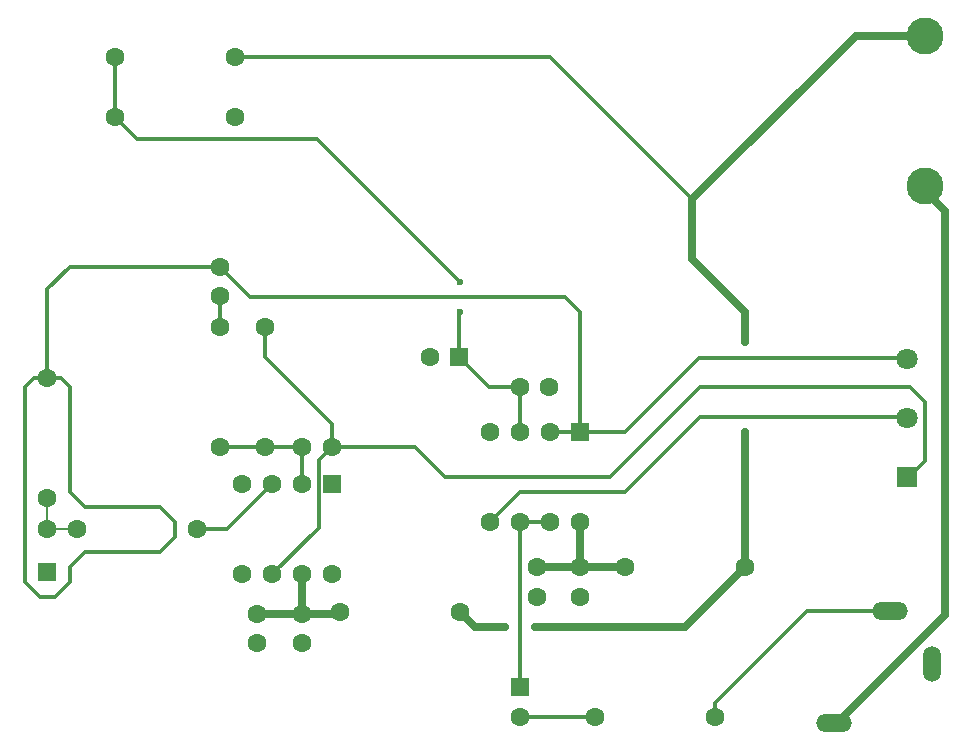
<source format=gtl>
%TF.GenerationSoftware,KiCad,Pcbnew,9.0.6*%
%TF.CreationDate,2025-11-25T23:04:21-05:00*%
%TF.ProjectId,jli2555-tin-can,6a6c6932-3535-4352-9d74-696e2d63616e,1.0*%
%TF.SameCoordinates,Original*%
%TF.FileFunction,Copper,L1,Top*%
%TF.FilePolarity,Positive*%
%FSLAX46Y46*%
G04 Gerber Fmt 4.6, Leading zero omitted, Abs format (unit mm)*
G04 Created by KiCad (PCBNEW 9.0.6) date 2025-11-25 23:04:21*
%MOMM*%
%LPD*%
G01*
G04 APERTURE LIST*
G04 Aperture macros list*
%AMRoundRect*
0 Rectangle with rounded corners*
0 $1 Rounding radius*
0 $2 $3 $4 $5 $6 $7 $8 $9 X,Y pos of 4 corners*
0 Add a 4 corners polygon primitive as box body*
4,1,4,$2,$3,$4,$5,$6,$7,$8,$9,$2,$3,0*
0 Add four circle primitives for the rounded corners*
1,1,$1+$1,$2,$3*
1,1,$1+$1,$4,$5*
1,1,$1+$1,$6,$7*
1,1,$1+$1,$8,$9*
0 Add four rect primitives between the rounded corners*
20,1,$1+$1,$2,$3,$4,$5,0*
20,1,$1+$1,$4,$5,$6,$7,0*
20,1,$1+$1,$6,$7,$8,$9,0*
20,1,$1+$1,$8,$9,$2,$3,0*%
G04 Aperture macros list end*
%TA.AperFunction,ComponentPad*%
%ADD10C,1.600000*%
%TD*%
%TA.AperFunction,ComponentPad*%
%ADD11RoundRect,0.250000X-0.550000X0.550000X-0.550000X-0.550000X0.550000X-0.550000X0.550000X0.550000X0*%
%TD*%
%TA.AperFunction,ComponentPad*%
%ADD12RoundRect,0.250000X0.550000X0.550000X-0.550000X0.550000X-0.550000X-0.550000X0.550000X-0.550000X0*%
%TD*%
%TA.AperFunction,ComponentPad*%
%ADD13RoundRect,0.250000X0.550000X-0.550000X0.550000X0.550000X-0.550000X0.550000X-0.550000X-0.550000X0*%
%TD*%
%TA.AperFunction,ComponentPad*%
%ADD14R,1.800000X1.800000*%
%TD*%
%TA.AperFunction,ComponentPad*%
%ADD15C,1.800000*%
%TD*%
%TA.AperFunction,ComponentPad*%
%ADD16O,1.508000X3.016000*%
%TD*%
%TA.AperFunction,ComponentPad*%
%ADD17O,3.016000X1.508000*%
%TD*%
%TA.AperFunction,ComponentPad*%
%ADD18C,3.126000*%
%TD*%
%TA.AperFunction,ViaPad*%
%ADD19C,0.600000*%
%TD*%
%TA.AperFunction,Conductor*%
%ADD20C,0.635000*%
%TD*%
%TA.AperFunction,Conductor*%
%ADD21C,0.300000*%
%TD*%
%TA.AperFunction,Conductor*%
%ADD22C,0.200000*%
%TD*%
G04 APERTURE END LIST*
D10*
%TO.P,R7,1*%
%TO.N,Net-(U2A-+)*%
X27940000Y-31750000D03*
%TO.P,R7,2*%
%TO.N,GND*%
X38100000Y-31750000D03*
%TD*%
D11*
%TO.P,U2,1*%
%TO.N,Vref*%
X67310000Y-58420000D03*
D10*
%TO.P,U2,2,-*%
X64770000Y-58420000D03*
%TO.P,U2,3,+*%
%TO.N,Net-(U2A-+)*%
X62230000Y-58420000D03*
%TO.P,U2,4,V-*%
%TO.N,GND*%
X59690000Y-58420000D03*
%TO.P,U2,5,+*%
%TO.N,Net-(U2B-+)*%
X59690000Y-66040000D03*
%TO.P,U2,6,-*%
%TO.N,Net-(U2B--)*%
X62230000Y-66040000D03*
%TO.P,U2,7*%
X64770000Y-66040000D03*
%TO.P,U2,8,V+*%
%TO.N,Net-(U2C-V+)*%
X67310000Y-66040000D03*
%TD*%
D12*
%TO.P,C4,1*%
%TO.N,Net-(U2A-+)*%
X57110000Y-52070000D03*
D10*
%TO.P,C4,2*%
%TO.N,GND*%
X54610000Y-52070000D03*
%TD*%
D11*
%TO.P,C3,1*%
%TO.N,Net-(U2B--)*%
X62230000Y-80050000D03*
D10*
%TO.P,C3,2*%
%TO.N,Net-(C3-Pad2)*%
X62230000Y-82550000D03*
%TD*%
D11*
%TO.P,U1,1,NC*%
%TO.N,unconnected-(U1B-NC-Pad1)*%
X46355000Y-62865000D03*
D10*
%TO.P,U1,2,-*%
%TO.N,Net-(U1A--)*%
X43815000Y-62865000D03*
%TO.P,U1,3,+*%
%TO.N,Net-(U1A-+)*%
X41275000Y-62865000D03*
%TO.P,U1,4,V-*%
%TO.N,GND*%
X38735000Y-62865000D03*
%TO.P,U1,5,NC*%
%TO.N,unconnected-(U1B-NC-Pad5)*%
X38735000Y-70485000D03*
%TO.P,U1,6*%
%TO.N,Net-(C1-Pad2)*%
X41275000Y-70485000D03*
%TO.P,U1,7,V+*%
%TO.N,Net-(U1B-V+)*%
X43815000Y-70485000D03*
%TO.P,U1,8,NC*%
%TO.N,unconnected-(U1B-NC-Pad8)*%
X46355000Y-70485000D03*
%TD*%
%TO.P,C1,1*%
%TO.N,Net-(U1A--)*%
X43815000Y-59690000D03*
%TO.P,C1,2*%
%TO.N,Net-(C1-Pad2)*%
X46315000Y-59690000D03*
%TD*%
%TO.P,C7,1*%
%TO.N,GND*%
X40005000Y-76295000D03*
%TO.P,C7,2*%
%TO.N,Net-(U1B-V+)*%
X40005000Y-73795000D03*
%TD*%
D13*
%TO.P,MK1,1,-*%
%TO.N,GND*%
X22225000Y-70275000D03*
D10*
%TO.P,MK1,2,+*%
%TO.N,Net-(MK1-+)*%
X22225000Y-66675000D03*
%TD*%
%TO.P,C9,1*%
%TO.N,GND*%
X63670000Y-72390000D03*
%TO.P,C9,2*%
%TO.N,Net-(U2C-V+)*%
X63670000Y-69890000D03*
%TD*%
%TO.P,R1,1*%
%TO.N,Net-(MK1-+)*%
X22225000Y-64025000D03*
%TO.P,R1,2*%
%TO.N,Vref*%
X22225000Y-53865000D03*
%TD*%
%TO.P,C2,1*%
%TO.N,Vref*%
X36830000Y-44450000D03*
%TO.P,C2,2*%
%TO.N,Net-(C2-Pad2)*%
X36830000Y-46950000D03*
%TD*%
%TO.P,R9,1*%
%TO.N,Net-(U2C-V+)*%
X71120000Y-69850000D03*
%TO.P,R9,2*%
%TO.N,+9v*%
X81280000Y-69850000D03*
%TD*%
%TO.P,C8,1*%
%TO.N,GND*%
X67310000Y-72390000D03*
%TO.P,C8,2*%
%TO.N,Net-(U2C-V+)*%
X67310000Y-69890000D03*
%TD*%
D14*
%TO.P,POT1,1*%
%TO.N,Net-(C1-Pad2)*%
X95000000Y-62230000D03*
D15*
%TO.P,POT1,2*%
%TO.N,Net-(U2B-+)*%
X95000000Y-57230000D03*
%TO.P,POT1,3*%
%TO.N,Vref*%
X95000000Y-52230000D03*
%TD*%
D10*
%TO.P,R4,1*%
%TO.N,Net-(U1A--)*%
X36830000Y-59690000D03*
%TO.P,R4,2*%
%TO.N,Net-(C2-Pad2)*%
X36830000Y-49530000D03*
%TD*%
%TO.P,R5,1*%
%TO.N,Net-(C3-Pad2)*%
X68580000Y-82550000D03*
%TO.P,R5,2*%
%TO.N,Net-(J1-Pad2)*%
X78740000Y-82550000D03*
%TD*%
%TO.P,R2,1*%
%TO.N,Net-(MK1-+)*%
X24765000Y-66675000D03*
%TO.P,R2,2*%
%TO.N,Net-(U1A-+)*%
X34925000Y-66675000D03*
%TD*%
D16*
%TO.P,J1,1*%
%TO.N,GND*%
X97085000Y-78082500D03*
D17*
%TO.P,J1,2*%
%TO.N,Net-(J1-Pad2)*%
X93585000Y-73582500D03*
%TO.P,J1,3*%
%TO.N,BAT -*%
X88785000Y-83082500D03*
%TD*%
D10*
%TO.P,R8,1*%
%TO.N,Net-(U1B-V+)*%
X46990000Y-73660000D03*
%TO.P,R8,2*%
%TO.N,+9v*%
X57150000Y-73660000D03*
%TD*%
%TO.P,R6,1*%
%TO.N,+9v*%
X38100000Y-26670000D03*
%TO.P,R6,2*%
%TO.N,Net-(U2A-+)*%
X27940000Y-26670000D03*
%TD*%
%TO.P,C6,1*%
%TO.N,GND*%
X43815000Y-76295000D03*
%TO.P,C6,2*%
%TO.N,Net-(U1B-V+)*%
X43815000Y-73795000D03*
%TD*%
%TO.P,R3,1*%
%TO.N,Net-(U1A--)*%
X40640000Y-59690000D03*
%TO.P,R3,2*%
%TO.N,Net-(C1-Pad2)*%
X40640000Y-49530000D03*
%TD*%
%TO.P,C5,1*%
%TO.N,GND*%
X64730000Y-54610000D03*
%TO.P,C5,2*%
%TO.N,Net-(U2A-+)*%
X62230000Y-54610000D03*
%TD*%
D18*
%TO.P,BT2,N*%
%TO.N,BAT -*%
X96520000Y-37615000D03*
%TO.P,BT2,P*%
%TO.N,+9v*%
X96520000Y-24915000D03*
%TD*%
D19*
%TO.N,+9v*%
X81280000Y-58420000D03*
X81280000Y-50800000D03*
X63500000Y-74930000D03*
X60960000Y-74930000D03*
%TO.N,Net-(U2A-+)*%
X57150000Y-48260000D03*
X57150000Y-45720000D03*
%TD*%
D20*
%TO.N,BAT -*%
X98181500Y-39686500D02*
X98181500Y-73936000D01*
X96640000Y-38145000D02*
X98181500Y-39686500D01*
D21*
X88785000Y-83232500D02*
X88885000Y-83232500D01*
D20*
X98181500Y-73936000D02*
X88885000Y-83232500D01*
%TO.N,+9v*%
X58420000Y-74930000D02*
X60960000Y-74930000D01*
X90655000Y-24915000D02*
X76835000Y-38735000D01*
X76835000Y-43815000D02*
X81280000Y-48260000D01*
X76200000Y-74930000D02*
X63500000Y-74930000D01*
X96520000Y-24915000D02*
X90655000Y-24915000D01*
X76835000Y-38735000D02*
X76835000Y-43815000D01*
X57150000Y-73660000D02*
X58420000Y-74930000D01*
X81280000Y-69850000D02*
X76200000Y-74930000D01*
X81280000Y-48260000D02*
X81280000Y-50800000D01*
D21*
X64770000Y-26670000D02*
X76835000Y-38735000D01*
D20*
X81280000Y-69850000D02*
X81280000Y-58420000D01*
D21*
X38100000Y-26670000D02*
X64770000Y-26670000D01*
%TO.N,Net-(U1A--)*%
X43815000Y-59690000D02*
X36830000Y-59690000D01*
X43815000Y-62865000D02*
X43815000Y-59690000D01*
%TO.N,Net-(C1-Pad2)*%
X40640000Y-49530000D02*
X40640000Y-52070000D01*
X96520000Y-60880000D02*
X96520000Y-55880000D01*
X40640000Y-52070000D02*
X46315000Y-57745000D01*
X46315000Y-57745000D02*
X46315000Y-59690000D01*
X96520000Y-55880000D02*
X95250000Y-54610000D01*
X55880000Y-62230000D02*
X53340000Y-59690000D01*
X53340000Y-59690000D02*
X46315000Y-59690000D01*
X95170000Y-62230000D02*
X96520000Y-60880000D01*
X77470000Y-54610000D02*
X69850000Y-62230000D01*
X45204000Y-66556000D02*
X41275000Y-70485000D01*
X95000000Y-62230000D02*
X95170000Y-62230000D01*
X46315000Y-59690000D02*
X45204000Y-60801000D01*
X69850000Y-62230000D02*
X55880000Y-62230000D01*
X45204000Y-60801000D02*
X45204000Y-66556000D01*
X95250000Y-54610000D02*
X77470000Y-54610000D01*
%TO.N,Net-(C2-Pad2)*%
X36830000Y-49530000D02*
X36830000Y-46950000D01*
%TO.N,Net-(U2B-+)*%
X71120000Y-63500000D02*
X62230000Y-63500000D01*
X77470000Y-57150000D02*
X71120000Y-63500000D01*
X93980000Y-57150000D02*
X77470000Y-57150000D01*
X94920000Y-57150000D02*
X95000000Y-57230000D01*
X95250000Y-57150000D02*
X93980000Y-57150000D01*
X62230000Y-63500000D02*
X59690000Y-66040000D01*
X93980000Y-57150000D02*
X94920000Y-57150000D01*
D20*
%TO.N,Net-(U1B-V+)*%
X43815000Y-73795000D02*
X43815000Y-70485000D01*
X40005000Y-73795000D02*
X46855000Y-73795000D01*
X46855000Y-73795000D02*
X46990000Y-73660000D01*
X40075000Y-73725000D02*
X40005000Y-73795000D01*
%TO.N,Net-(U2C-V+)*%
X63670000Y-69890000D02*
X71080000Y-69890000D01*
X71080000Y-69890000D02*
X71120000Y-69850000D01*
X67310000Y-69890000D02*
X67310000Y-66040000D01*
D22*
%TO.N,Net-(MK1-+)*%
X22225000Y-66675000D02*
X24765000Y-66675000D01*
X22225000Y-66675000D02*
X22225000Y-64025000D01*
D21*
%TO.N,Net-(U2A-+)*%
X57110000Y-48300000D02*
X57150000Y-48260000D01*
X62230000Y-54610000D02*
X59650000Y-54610000D01*
X57110000Y-52070000D02*
X57110000Y-48300000D01*
X27940000Y-31750000D02*
X29845000Y-33655000D01*
X57150000Y-45720000D02*
X45085000Y-33655000D01*
X45085000Y-33655000D02*
X29845000Y-33655000D01*
X59650000Y-54610000D02*
X57110000Y-52070000D01*
X27940000Y-26670000D02*
X27940000Y-31750000D01*
X62230000Y-58420000D02*
X62230000Y-54610000D01*
%TO.N,Vref*%
X67310000Y-58420000D02*
X67310000Y-48260000D01*
X24130000Y-71120000D02*
X22860000Y-72390000D01*
X36830000Y-44450000D02*
X24130000Y-44450000D01*
X33020000Y-67310000D02*
X33020000Y-66040000D01*
X71120000Y-58420000D02*
X67310000Y-58420000D01*
X20320000Y-54610000D02*
X21065000Y-53865000D01*
X93980000Y-52150000D02*
X94920000Y-52150000D01*
X25400000Y-68580000D02*
X24130000Y-69850000D01*
X25400000Y-68580000D02*
X31750000Y-68580000D01*
X24130000Y-69850000D02*
X24130000Y-71120000D01*
X24130000Y-44450000D02*
X22225000Y-46355000D01*
X77390000Y-52150000D02*
X71120000Y-58420000D01*
X31750000Y-64770000D02*
X25400000Y-64770000D01*
X25400000Y-64770000D02*
X24130000Y-63500000D01*
X23385000Y-53865000D02*
X24130000Y-54610000D01*
X93980000Y-52150000D02*
X77390000Y-52150000D01*
X39370000Y-46990000D02*
X66040000Y-46990000D01*
X33020000Y-66040000D02*
X31750000Y-64770000D01*
X36830000Y-44450000D02*
X39370000Y-46990000D01*
X66040000Y-46990000D02*
X67310000Y-48260000D01*
X22225000Y-53865000D02*
X23385000Y-53865000D01*
X22225000Y-46355000D02*
X22225000Y-53865000D01*
X95250000Y-52150000D02*
X93980000Y-52150000D01*
X22860000Y-72390000D02*
X21590000Y-72390000D01*
X24130000Y-63500000D02*
X24130000Y-54610000D01*
X20320000Y-71120000D02*
X20320000Y-54610000D01*
X31750000Y-68580000D02*
X33020000Y-67310000D01*
X94920000Y-52150000D02*
X95000000Y-52230000D01*
X21590000Y-72390000D02*
X20320000Y-71120000D01*
X21065000Y-53865000D02*
X22225000Y-53865000D01*
X64770000Y-58420000D02*
X67310000Y-58420000D01*
%TO.N,Net-(U2B--)*%
X64770000Y-66040000D02*
X62230000Y-66040000D01*
X62230000Y-80050000D02*
X62230000Y-66040000D01*
%TO.N,Net-(C3-Pad2)*%
X62230000Y-82550000D02*
X68580000Y-82550000D01*
%TO.N,Net-(U1A-+)*%
X41275000Y-62865000D02*
X37465000Y-66675000D01*
X37465000Y-66675000D02*
X34925000Y-66675000D01*
%TO.N,Net-(J1-Pad2)*%
X86510000Y-73582500D02*
X78740000Y-81352500D01*
X93585000Y-73582500D02*
X86510000Y-73582500D01*
X78740000Y-81352500D02*
X78740000Y-82550000D01*
%TD*%
M02*

</source>
